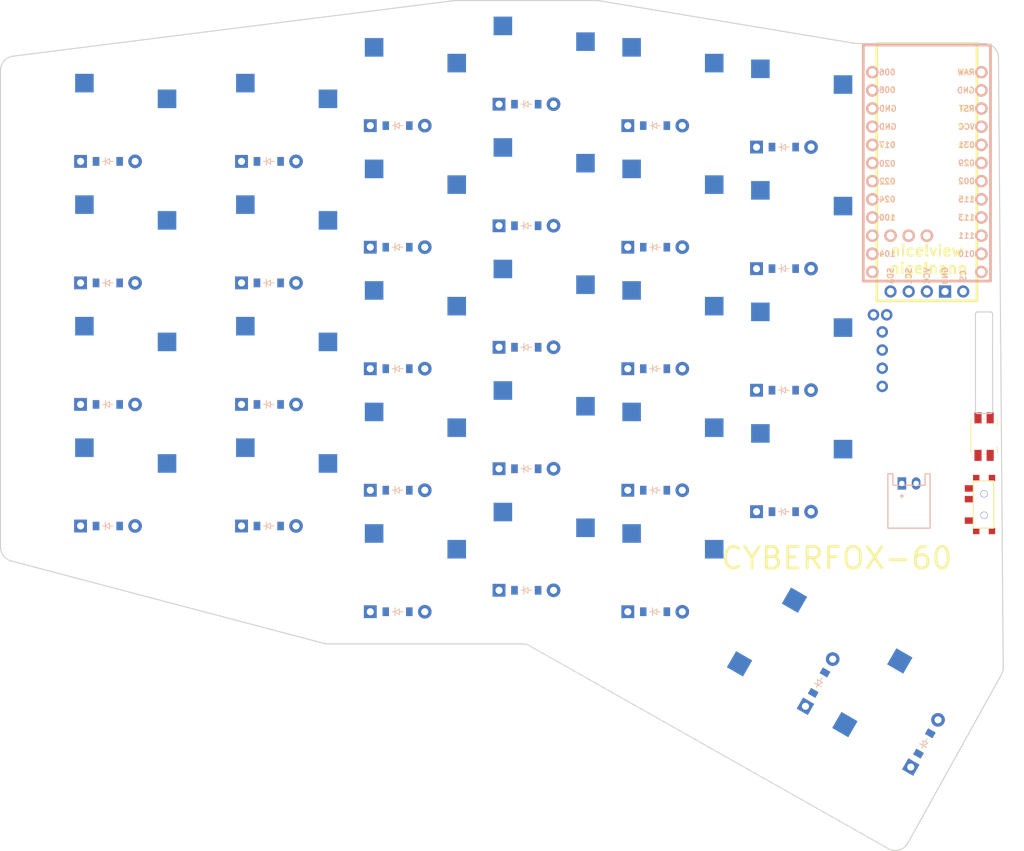
<source format=kicad_pcb>
(kicad_pcb (version 20240108) (generator "pcbnew") (generator_version "8.0")
  (title_block (title "left") (rev "0.5.0") (company "Daniel Fox"))
  (layers (0 "F.Cu" signal) (31 "B.Cu" signal) (34 "B.Paste" user) (35 "F.Paste" user) (36 "B.SilkS" user "B.Silkscreen") (37 "F.SilkS" user "F.Silkscreen") (38 "B.Mask" user) (39 "F.Mask" user) (44 "Edge.Cuts" user))
  (net 0 "")
  (net 1 "P011")
  (net 2 "outer_bottom")
  (net 3 "outer_home")
  (net 4 "outer_top")
  (net 5 "outer_num")
  (net 6 "P104")
  (net 7 "pinky_bottom")
  (net 8 "pinky_home")
  (net 9 "pinky_top")
  (net 10 "pinky_num")
  (net 11 "ring_mod")
  (net 12 "P106")
  (net 13 "ring_bottom")
  (net 14 "ring_home")
  (net 15 "ring_top")
  (net 16 "ring_num")
  (net 17 "middle_mod")
  (net 18 "P111")
  (net 19 "middle_bottom")
  (net 20 "middle_home")
  (net 21 "middle_top")
  (net 22 "middle_num")
  (net 23 "index_mod")
  (net 24 "P010")
  (net 25 "index_bottom")
  (net 26 "index_home")
  (net 27 "index_top")
  (net 28 "index_num")
  (net 29 "P009")
  (net 30 "inner_bottom")
  (net 31 "inner_home")
  (net 32 "inner_top")
  (net 33 "inner_num")
  (net 34 "space_cluster")
  (net 35 "extra_cluster")
  (net 36 "P115")
  (net 37 "P002")
  (net 38 "P029")
  (net 39 "P031")
  (net 40 "P113")
  (net 41 "P006")
  (net 42 "GND")
  (net 43 "P008")
  (net 44 "unused")
  (net 45 "RAW")
  (net 46 "RST")
  (net 47 "VCC")
  (net 48 "P017")
  (net 49 "P020")
  (net 50 "P022")
  (net 51 "P024")
  (net 52 "P100")
  (net 53 "P101")
  (net 54 "P102")
  (net 55 "P107")
  (net 56 "POS")
  (footprint "E73:SPDT_C128955" (layer "F.Cu") (at 222.5 85 -90)
    (property "Reference" "T1" (hide yes))
    (property "Value" "" (hide yes))
    (pad "" smd rect (at -3.7 -1.1 270) (size 0.9 0.9) (layers "F.Cu" "F.Paste" "F.Mask"))
    (pad "" smd rect (at -3.7 1.1 270) (size 0.9 0.9) (layers "F.Cu" "F.Paste" "F.Mask"))
    (pad "" np_thru_hole circle (at -1.5 0) (size 1 1) (drill 0.9) (layers "*.Cu" "*.Mask"))
    (pad "" np_thru_hole circle (at 1.5 0) (size 1 1) (drill 0.9) (layers "*.Cu" "*.Mask"))
    (pad "" smd rect (at 3.7 -1.1 270) (size 0.9 0.9) (layers "F.Cu" "F.Paste" "F.Mask"))
    (pad "" smd rect (at 3.7 1.1 270) (size 0.9 0.9) (layers "F.Cu" "F.Paste" "F.Mask"))
    (pad "1" smd rect (at 2.25 2.075 270) (size 0.9 1.25) (layers "F.Cu" "F.Paste" "F.Mask") (net 56 "POS"))
    (pad "2" smd rect (at -0.75 2.075 270) (size 0.9 1.25) (layers "F.Cu" "F.Paste" "F.Mask") (net 45 "RAW"))
    (pad "3" smd rect (at -2.25 2.075 270) (size 0.9 1.25) (layers "F.Cu" "F.Paste" "F.Mask"))
  )
  (footprint "PG1350" (layer "F.Cu") (at 122.5 83)
    (property "Reference" "S5" (hide yes))
    (property "Value" "" (hide yes))
    (pad "" np_thru_hole circle (at -5.5 0) (size 1.7018 1.7018) (drill 1.7018) (layers "*.Cu" "*.Mask"))
    (pad "" np_thru_hole circle (at 0 -5.95) (size 3 3) (drill 3) (layers "*.Cu" "*.Mask"))
    (pad "" np_thru_hole circle (at 0 0) (size 3.429 3.429) (drill 3.429) (layers "*.Cu" "*.Mask"))
    (pad "" np_thru_hole circle (at 5 -3.75) (size 3 3) (drill 3) (layers "*.Cu" "*.Mask"))
    (pad "" np_thru_hole circle (at 5.5 0) (size 1.7018 1.7018) (drill 1.7018) (layers "*.Cu" "*.Mask"))
    (pad "1" smd rect (at -3.275 -5.95) (size 2.6 2.6) (layers "B.Cu" "B.Paste" "B.Mask") (net 6 "P104"))
    (pad "2" smd rect (at 8.275 -3.75) (size 2.6 2.6) (layers "B.Cu" "B.Paste" "B.Mask") (net 7 "pinky_bottom"))
  )
  (footprint "PG1350" (layer "F.Cu") (at 122.5 32)
    (property "Reference" "S8" (hide yes))
    (property "Value" "" (hide yes))
    (pad "" np_thru_hole circle (at -5.5 0) (size 1.7018 1.7018) (drill 1.7018) (layers "*.Cu" "*.Mask"))
    (pad "" np_thru_hole circle (at 0 -5.95) (size 3 3) (drill 3) (layers "*.Cu" "*.Mask"))
    (pad "" np_thru_hole circle (at 0 0) (size 3.429 3.429) (drill 3.429) (layers "*.Cu" "*.Mask"))
    (pad "" np_thru_hole circle (at 5 -3.75) (size 3 3) (drill 3) (layers "*.Cu" "*.Mask"))
    (pad "" np_thru_hole circle (at 5.5 0) (size 1.7018 1.7018) (drill 1.7018) (layers "*.Cu" "*.Mask"))
    (pad "1" smd rect (at -3.275 -5.95) (size 2.6 2.6) (layers "B.Cu" "B.Paste" "B.Mask") (net 6 "P104"))
    (pad "2" smd rect (at 8.275 -3.75) (size 2.6 2.6) (layers "B.Cu" "B.Paste" "B.Mask") (net 10 "pinky_num"))
  )
  (footprint "ComboDiode" (layer "F.Cu") (at 214.155122 118.420431 60)
    (property "Reference" "D29" (hide yes))
    (property "Value" "" (hide yes))
    (pad "1" thru_hole rect (at -3.81 0 60) (size 1.778 1.778) (drill 0.9906) (layers "*.Cu" "*.Mask") (net 40 "P113"))
    (pad "1" smd rect (at -1.65 0 60) (size 0.9 1.2) (layers "F.Cu" "F.Paste" "F.Mask") (net 40 "P113"))
    (pad "1" smd rect (at -1.65 0 60) (size 0.9 1.2) (layers "B.Cu" "B.Paste" "B.Mask") (net 40 "P113"))
    (pad "2" smd rect (at 1.65 0 60) (size 0.9 1.2) (layers "F.Cu" "F.Paste" "F.Mask") (net 35 "extra_cluster"))
    (pad "2" smd rect (at 1.65 0 60) (size 0.9 1.2) (layers "B.Cu" "B.Paste" "B.Mask") (net 35 "extra_cluster"))
    (pad "2" thru_hole circle (at 3.81 0 60) (size 1.905 1.905) (drill 0.9906) (layers "*.Cu" "*.Mask") (net 35 "extra_cluster"))
  )
  (footprint "ComboDiode" (layer "F.Cu") (at 194.5 69)
    (property "Reference" "D25" (hide yes))
    (property "Value" "" (hide yes))
    (pad "1" thru_hole rect (at -3.81 0) (size 1.778 1.778) (drill 0.9906) (layers "*.Cu" "*.Mask") (net 37 "P002"))
    (pad "1" smd rect (at -1.65 0) (size 0.9 1.2) (layers "F.Cu" "F.Paste" "F.Mask") (net 37 "P002"))
    (pad "1" smd rect (at -1.65 0) (size 0.9 1.2) (layers "B.Cu" "B.Paste" "B.Mask") (net 37 "P002"))
    (pad "2" smd rect (at 1.65 0) (size 0.9 1.2) (layers "F.Cu" "F.Paste" "F.Mask") (net 31 "inner_home"))
    (pad "2" smd rect (at 1.65 0) (size 0.9 1.2) (layers "B.Cu" "B.Paste" "B.Mask") (net 31 "inner_home"))
    (pad "2" thru_hole circle (at 3.81 0) (size 1.905 1.905) (drill 0.9906) (layers "*.Cu" "*.Mask") (net 31 "inner_home"))
  )
  (footprint "PG1350" (layer "F.Cu") (at 176.5 27)
    (property "Reference" "S23" (hide yes))
    (property "Value" "" (hide yes))
    (pad "" np_thru_hole circle (at -5.5 0) (size 1.7018 1.7018) (drill 1.7018) (layers "*.Cu" "*.Mask"))
    (pad "" np_thru_hole circle (at 0 -5.95) (size 3 3) (drill 3) (layers "*.Cu" "*.Mask"))
    (pad "" np_thru_hole circle (at 0 0) (size 3.429 3.429) (drill 3.429) (layers "*.Cu" "*.Mask"))
    (pad "" np_thru_hole circle (at 5 -3.75) (size 3 3) (drill 3) (layers "*.Cu" "*.Mask"))
    (pad "" np_thru_hole circle (at 5.5 0) (size 1.7018 1.7018) (drill 1.7018) (layers "*.Cu" "*.Mask"))
    (pad "1" smd rect (at -3.275 -5.95) (size 2.6 2.6) (layers "B.Cu" "B.Paste" "B.Mask") (net 24 "P010"))
    (pad "2" smd rect (at 8.275 -3.75) (size 2.6 2.6) (layers "B.Cu" "B.Paste" "B.Mask") (net 28 "index_num"))
  )
  (footprint "ComboDiode" (layer "F.Cu") (at 140.5 32)
    (property "Reference" "D13" (hide yes))
    (property "Value" "" (hide yes))
    (pad "1" thru_hole rect (at -3.81 0) (size 1.778 1.778) (drill 0.9906) (layers "*.Cu" "*.Mask") (net 39 "P031"))
    (pad "1" smd rect (at -1.65 0) (size 0.9 1.2) (layers "F.Cu" "F.Paste" "F.Mask") (net 39 "P031"))
    (pad "1" smd rect (at -1.65 0) (size 0.9 1.2) (layers "B.Cu" "B.Paste" "B.Mask") (net 39 "P031"))
    (pad "2" smd rect (at 1.65 0) (size 0.9 1.2) (layers "F.Cu" "F.Paste" "F.Mask") (net 16 "ring_num"))
    (pad "2" smd rect (at 1.65 0) (size 0.9 1.2) (layers "B.Cu" "B.Paste" "B.Mask") (net 16 "ring_num"))
    (pad "2" thru_hole circle (at 3.81 0) (size 1.905 1.905) (drill 0.9906) (layers "*.Cu" "*.Mask") (net 16 "ring_num"))
  )
  (footprint "ComboDiode" (layer "F.Cu") (at 122.5 37)
    (property "Reference" "D8" (hide yes))
    (property "Value" "" (hide yes))
    (pad "1" thru_hole rect (at -3.81 0) (size 1.778 1.778) (drill 0.9906) (layers "*.Cu" "*.Mask") (net 39 "P031"))
    (pad "1" smd rect (at -1.65 0) (size 0.9 1.2) (layers "F.Cu" "F.Paste" "F.Mask") (net 39 "P031"))
    (pad "1" smd rect (at -1.65 0) (size 0.9 1.2) (layers "B.Cu" "B.Paste" "B.Mask") (net 39 "P031"))
    (pad "2" smd rect (at 1.65 0) (size 0.9 1.2) (layers "F.Cu" "F.Paste" "F.Mask") (net 10 "pinky_num"))
    (pad "2" smd rect (at 1.65 0) (size 0.9 1.2) (layers "B.Cu" "B.Paste" "B.Mask") (net 10 "pinky_num"))
    (pad "2" thru_hole circle (at 3.81 0) (size 1.905 1.905) (drill 0.9906) (layers "*.Cu" "*.Mask") (net 10 "pinky_num"))
  )
  (footprint "PG1350" (layer "F.Cu") (at 122.5 66)
    (property "Reference" "S6" (hide yes))
    (property "Value" "" (hide yes))
    (pad "" np_thru_hole circle (at -5.5 0) (size 1.7018 1.7018) (drill 1.7018) (layers "*.Cu" "*.Mask"))
    (pad "" np_thru_hole circle (at 0 -5.95) (size 3 3) (drill 3) (layers "*.Cu" "*.Mask"))
    (pad "" np_thru_hole circle (at 0 0) (size 3.429 3.429) (drill 3.429) (layers "*.Cu" "*.Mask"))
    (pad "" np_thru_hole circle (at 5 -3.75) (size 3 3) (drill 3) (layers "*.Cu" "*.Mask"))
    (pad "" np_thru_hole circle (at 5.5 0) (size 1.7018 1.7018) (drill 1.7018) (layers "*.Cu" "*.Mask"))
    (pad "1" smd rect (at -3.275 -5.95) (size 2.6 2.6) (layers "B.Cu" "B.Paste" "B.Mask") (net 6 "P104"))
    (pad "2" smd rect (at 8.275 -3.75) (size 2.6 2.6) (layers "B.Cu" "B.Paste" "B.Mask") (net 8 "pinky_home"))
  )
  (footprint "PG1350" (layer "F.Cu") (at 100 49)
    (property "Reference" "S3" (hide yes))
    (property "Value" "" (hide yes))
    (pad "" np_thru_hole circle (at -5.5 0) (size 1.7018 1.7018) (drill 1.7018) (layers "*.Cu" "*.Mask"))
    (pad "" np_thru_hole circle (at 0 -5.95) (size 3 3) (drill 3) (layers "*.Cu" "*.Mask"))
    (pad "" np_thru_hole circle (at 0 0) (size 3.429 3.429) (drill 3.429) (layers "*.Cu" "*.Mask"))
    (pad "" np_thru_hole circle (at 5 -3.75) (size 3 3) (drill 3) (layers "*.Cu" "*.Mask"))
    (pad "" np_thru_hole circle (at 5.5 0) (size 1.7018 1.7018) (drill 1.7018) (layers "*.Cu" "*.Mask"))
    (pad "1" smd rect (at -3.275 -5.95) (size 2.6 2.6) (layers "B.Cu" "B.Paste" "B.Mask") (net 1 "P011"))
    (pad "2" smd rect (at 8.275 -3.75) (size 2.6 2.6) (layers "B.Cu" "B.Paste" "B.Mask") (net 4 "outer_top"))
  )
  (footprint "PG1350" (layer "F.Cu") (at 158.5 58)
    (property "Reference" "S16" (hide yes))
    (property "Value" "" (hide yes))
    (pad "" np_thru_hole circle (at -5.5 0) (size 1.7018 1.7018) (drill 1.7018) (layers "*.Cu" "*.Mask"))
    (pad "" np_thru_hole circle (at 0 -5.95) (size 3 3) (drill 3) (layers "*.Cu" "*.Mask"))
    (pad "" np_thru_hole circle (at 0 0) (size 3.429 3.429) (drill 3.429) (layers "*.Cu" "*.Mask"))
    (pad "" np_thru_hole circle (at 5 -3.75) (size 3 3) (drill 3) (layers "*.Cu" "*.Mask"))
    (pad "" np_thru_hole circle (at 5.5 0) (size 1.7018 1.7018) (drill 1.7018) (layers "*.Cu" "*.Mask"))
    (pad "1" smd rect (at -3.275 -5.95) (size 2.6 2.6) (layers "B.Cu" "B.Paste" "B.Mask") (net 18 "P111"))
    (pad "2" smd rect (at 8.275 -3.75) (size 2.6 2.6) (layers "B.Cu" "B.Paste" "B.Mask") (net 20 "middle_home"))
  )
  (footprint "ComboDiode" (layer "F.Cu") (at 122.5 88)
    (property "Reference" "D5" (hide yes))
    (property "Value" "" (hide yes))
    (pad "1" thru_hole rect (at -3.81 0) (size 1.778 1.778) (drill 0.9906) (layers "*.Cu" "*.Mask") (net 36 "P115"))
    (pad "1" smd rect (at -1.65 0) (size 0.9 1.2) (layers "F.Cu" "F.Paste" "F.Mask") (net 36 "P115"))
    (pad "1" smd rect (at -1.65 0) (size 0.9 1.2) (layers "B.Cu" "B.Paste" "B.Mask") (net 36 "P115"))
    (pad "2" smd rect (at 1.65 0) (size 0.9 1.2) (layers "F.Cu" "F.Paste" "F.Mask") (net 7 "pinky_bottom"))
    (pad "2" smd rect (at 1.65 0) (size 0.9 1.2) (layers "B.Cu" "B.Paste" "B.Mask") (net 7 "pinky_bottom"))
    (pad "2" thru_hole circle (at 3.81 0) (size 1.905 1.905) (drill 0.9906) (layers "*.Cu" "*.Mask") (net 7 "pinky_bottom"))
  )
  (footprint "ComboDiode" (layer "F.Cu") (at 122.5 71)
    (property "Reference" "D6" (hide yes))
    (property "Value" "" (hide yes))
    (pad "1" thru_hole rect (at -3.81 0) (size 1.778 1.778) (drill 0.9906) (layers "*.Cu" "*.Mask") (net 37 "P002"))
    (pad "1" smd rect (at -1.65 0) (size 0.9 1.2) (layers "F.Cu" "F.Paste" "F.Mask") (net 37 "P002"))
    (pad "1" smd rect (at -1.65 0) (size 0.9 1.2) (layers "B.Cu" "B.Paste" "B.Mask") (net 37 "P002"))
    (pad "2" smd rect (at 1.65 0) (size 0.9 1.2) (layers "F.Cu" "F.Paste" "F.Mask") (net 8 "pinky_home"))
    (pad "2" smd rect (at 1.65 0) (size 0.9 1.2) (layers "B.Cu" "B.Paste" "B.Mask") (net 8 "pinky_home"))
    (pad "2" thru_hole circle (at 3.81 0) (size 1.905 1.905) (drill 0.9906) (layers "*.Cu" "*.Mask") (net 8 "pinky_home"))
  )
  (footprint "ComboDiode" (layer "F.Cu") (at 176.5 32)
    (property "Reference" "D23" (hide yes))
    (property "Value" "" (hide yes))
    (pad "1" thru_hole rect (at -3.81 0) (size 1.778 1.778) (drill 0.9906) (layers "*.Cu" "*.Mask") (net 39 "P031"))
    (pad "1" smd rect (at -1.65 0) (size 0.9 1.2) (layers "F.Cu" "F.Paste" "F.Mask") (net 39 "P031"))
    (pad "1" smd rect (at -1.65 0) (size 0.9 1.2) (layers "B.Cu" "B.Paste" "B.Mask") (net 39 "P031"))
    (pad "2" smd rect (at 1.65 0) (size 0.9 1.2) (layers "F.Cu" "F.Paste" "F.Mask") (net 28 "index_num"))
    (pad "2" smd rect (at 1.65 0) (size 0.9 1.2) (layers "B.Cu" "B.Paste" "B.Mask") (net 28 "index_num"))
    (pad "2" thru_hole circle (at 3.81 0) (size 1.905 1.905) (drill 0.9906) (layers "*.Cu" "*.Mask") (net 28 "index_num"))
  )
  (footprint "PG1350" (layer "F.Cu") (at 194.5 64)
    (property "Reference" "S25" (hide yes))
    (property "Value" "" (hide yes))
    (pad "" np_thru_hole circle (at -5.5 0) (size 1.7018 1.7018) (drill 1.7018) (layers "*.Cu" "*.Mask"))
    (pad "" np_thru_hole circle (at 0 -5.95) (size 3 3) (drill 3) (layers "*.Cu" "*.Mask"))
    (pad "" np_thru_hole circle (at 0 0) (size 3.429 3.429) (drill 3.429) (layers "*.Cu" "*.Mask"))
    (pad "" np_thru_hole circle (at 5 -3.75) (size 3 3) (drill 3) (layers "*.Cu" "*.Mask"))
    (pad "" np_thru_hole circle (at 5.5 0) (size 1.7018 1.7018) (drill 1.7018) (layers "*.Cu" "*.Mask"))
    (pad "1" smd rect (at -3.275 -5.95) (size 2.6 2.6) (layers "B.Cu" "B.Paste" "B.Mask") (net 29 "P009"))
    (pad "2" smd rect (at 8.275 -3.75) (size 2.6 2.6) (layers "B.Cu" "B.Paste" "B.Mask") (net 31 "inner_home"))
  )
  (footprint "PG1350" (layer "F.Cu") (at 158.5 92)
    (property "Reference" "S14" (hide yes))
    (property "Value" "" (hide yes))
    (pad "" np_thru_hole circle (at -5.5 0) (size 1.7018 1.7018) (drill 1.7018) (layers "*.Cu" "*.Mask"))
    (pad "" np_thru_hole circle (at 0 -5.95) (size 3 3) (drill 3) (layers "*.Cu" "*.Mask"))
    (pad "" np_thru_hole circle (at 0 0) (size 3.429 3.429) (drill 3.429) (layers "*.Cu" "*.Mask"))
    (pad "" np_thru_hole circle (at 5 -3.75) (size 3 3) (drill 3) (layers "*.Cu" "*.Mask"))
    (pad "" np_thru_hole circle (at 5.5 0) (size 1.7018 1.7018) (drill 1.7018) (layers "*.Cu" "*.Mask"))
    (pad "1" smd rect (at -3.275 -5.95) (size 2.6 2.6) (layers "B.Cu" "B.Paste" "B.Mask") (net 12 "P106"))
    (pad "2" smd rect (at 8.275 -3.75) (size 2.6 2.6) (layers "B.Cu" "B.Paste" "B.Mask") (net 17 "middle_mod"))
  )
  (footprint "ComboDiode" (layer "F.Cu") (at 140.5 83)
    (property "Reference" "D10" (hide yes))
    (property "Value" "" (hide yes))
    (pad "1" thru_hole rect (at -3.81 0) (size 1.778 1.778) (drill 0.9906) (layers "*.Cu" "*.Mask") (net 36 "P115"))
    (pad "1" smd rect (at -1.65 0) (size 0.9 1.2) (layers "F.Cu" "F.Paste" "F.Mask") (net 36 "P115"))
    (pad "1" smd rect (at -1.65 0) (size 0.9 1.2) (layers "B.Cu" "B.Paste" "B.Mask") (net 36 "P115"))
    (pad "2" smd rect (at 1.65 0) (size 0.9 1.2) (layers "F.Cu" "F.Paste" "F.Mask") (net 13 "ring_bottom"))
    (pad "2" smd rect (at 1.65 0) (size 0.9 1.2) (layers "B.Cu" "B.Paste" "B.Mask") (net 13 "ring_bottom"))
    (pad "2" thru_hole circle (at 3.81 0) (size 1.905 1.905) (drill 0.9906) (layers "*.Cu" "*.Mask") (net 13 "ring_bottom"))
  )
  (footprint "PG1350" (layer "F.Cu") (at 194.5 81)
    (property "Reference" "S24" (hide yes))
    (property "Value" "" (hide yes))
    (pad "" np_thru_hole circle (at -5.5 0) (size 1.7018 1.7018) (drill 1.7018) (layers "*.Cu" "*.Mask"))
    (pad "" np_thru_hole circle (at 0 -5.95) (size 3 3) (drill 3) (layers "*.Cu" "*.Mask"))
    (pad "" np_thru_hole circle (at 0 0) (size 3.429 3.429) (drill 3.429) (layers "*.Cu" "*.Mask"))
    (pad "" np_thru_hole circle (at 5 -3.75) (size 3 3) (drill 3) (layers "*.Cu" "*.Mask"))
    (pad "" np_thru_hole circle (at 5.5 0) (size 1.7018 1.7018) (drill 1.7018) (layers "*.Cu" "*.Mask"))
    (pad "1" smd rect (at -3.275 -5.95) (size 2.6 2.6) (layers "B.Cu" "B.Paste" "B.Mask") (net 29 "P009"))
    (pad "2" smd rect (at 8.275 -3.75) (size 2.6 2.6) (layers "B.Cu" "B.Paste" "B.Mask") (net 30 "inner_bottom"))
  )
  (footprint "ComboDiode" (layer "F.Cu") (at 176.5 100)
    (property "Reference" "D19" (hide yes))
    (property "Value" "" (hide yes))
    (pad "1" thru_hole rect (at -3.81 0) (size 1.778 1.778) (drill 0.9906) (layers "*.Cu" "*.Mask") (net 40 "P113"))
    (pad "1" smd rect (at -1.65 0) (size 0.9 1.2) (layers "F.Cu" "F.Paste" "F.Mask") (net 40 "P113"))
    (pad "1" smd rect (at -1.65 0) (size 0.9 1.2) (layers "B.Cu" "B.Paste" "B.Mask") (net 40 "P113"))
    (pad "2" smd rect (at 1.65 0) (size 0.9 1.2) (layers "F.Cu" "F.Paste" "F.Mask") (net 23 "index_mod"))
    (pad "2" smd rect (at 1.65 0) (size 0.9 1.2) (layers "B.Cu" "B.Paste" "B.Mask") (net 23 "index_mod"))
    (pad "2" thru_hole circle (at 3.81 0) (size 1.905 1.905) (drill 0.9906) (layers "*.Cu" "*.Mask") (net 23 "index_mod"))
  )
  (footprint "ComboDiode" (layer "F.Cu") (at 158.5 80)
    (property "Reference" "D15" (hide yes))
    (property "Value" "" (hide yes))
    (pad "1" thru_hole rect (at -3.81 0) (size 1.778 1.778) (drill 0.9906) (layers "*.Cu" "*.Mask") (net 36 "P115"))
    (pad "1" smd rect (at -1.65 0) (size 0.9 1.2) (layers "F.Cu" "F.Paste" "F.Mask") (net 36 "P115"))
    (pad "1" smd rect (at -1.65 0) (size 0.9 1.2) (layers "B.Cu" "B.Paste" "B.Mask") (net 36 "P115"))
    (pad "2" smd rect (at 1.65 0) (size 0.9 1.2) (layers "F.Cu" "F.Paste" "F.Mask") (net 19 "middle_bottom"))
    (pad "2" smd rect (at 1.65 0) (size 0.9 1.2) (layers "B.Cu" "B.Paste" "B.Mask") (net 19 "middle_bottom"))
    (pad "2" thru_hole circle (at 3.81 0) (size 1.905 1.905) (drill 0.9906) (layers "*.Cu" "*.Mask") (net 19 "middle_bottom"))
  )
  (footprint "PG1350" (layer "F.Cu") (at 158.5 24)
    (property "Reference" "S18" (hide yes))
    (property "Value" "" (hide yes))
    (pad "" np_thru_hole circle (at -5.5 0) (size 1.7018 1.7018) (drill 1.7018) (layers "*.Cu" "*.Mask"))
    (pad "" np_thru_hole circle (at 0 -5.95) (size 3 3) (drill 3) (layers "*.Cu" "*.Mask"))
    (pad "" np_thru_hole circle (at 0 0) (size 3.429 3.429) (drill 3.429) (layers "*.Cu" "*.Mask"))
    (pad "" np_thru_hole circle (at 5 -3.75) (size 3 3) (drill 3) (layers "*.Cu" "*.Mask"))
    (pad "" np_thru_hole circle (at 5.5 0) (size 1.7018 1.7018) (drill 1.7018) (layers "*.Cu" "*.Mask"))
    (pad "1" smd rect (at -3.275 -5.95) (size 2.6 2.6) (layers "B.Cu" "B.Paste" "B.Mask") (net 18 "P111"))
    (pad "2" smd rect (at 8.275 -3.75) (size 2.6 2.6) (layers "B.Cu" "B.Paste" "B.Mask") (net 22 "middle_num"))
  )
  (footprint "ComboDiode" (layer "F.Cu") (at 199.432691 109.920431 60)
    (property "Reference" "D28" (hide yes))
    (property "Value" "" (hide yes))
    (pad "1" thru_hole rect (at -3.81 0 60) (size 1.778 1.778) (drill 0.9906) (layers "*.Cu" "*.Mask") (net 40 "P113"))
    (pad "1" smd rect (at -1.65 0 60) (size 0.9 1.2) (layers "F.Cu" "F.Paste" "F.Mask") (net 40 "P113"))
    (pad "1" smd rect (at -1.65 0 60) (size 0.9 1.2) (layers "B.Cu" "B.Paste" "B.Mask") (net 40 "P113"))
    (pad "2" smd rect (at 1.65 0 60) (size 0.9 1.2) (layers "F.Cu" "F.Paste" "F.Mask") (net 34 "space_cluster"))
    (pad "2" smd rect (at 1.65 0 60) (size 0.9 1.2) (layers "B.Cu" "B.Paste" "B.Mask") (net 34 "space_cluster"))
    (pad "2" thru_hole circle (at 3.81 0 60) (size 1.905 1.905) (drill 0.9906) (layers "*.Cu" "*.Mask") (net 34 "space_cluster"))
  )
  (footprint "RollerEncoder_Panasonic_EVQWGD001" (layer "F.Cu") (at 213.8875 64.6625)
    (property "Reference" "REF**")
    (property "Value" "RollerEncoder_Panasonic_EVQWGD001")
    (fp_line (start 7.4 -6.3) (end 7.4 7.3) (stroke (width 0.15)) (layer "Edge.Cuts"))
    (fp_line (start 7.7 7.6) (end 9.5 7.6) (stroke (width 0.15)) (layer "Edge.Cuts"))
    (fp_line (start 9.5 -6.6) (end 7.7 -6.6) (stroke (width 0.15)) (layer "Edge.Cuts"))
    (fp_line (start 9.8 7.3) (end 9.8 -6.3) (stroke (width 0.15)) (layer "Edge.Cuts"))
    (fp_arc (start 7.4 -6.3) (mid 7.487868 -6.512132) (end 7.7 -6.6) (stroke (width 0.15)) (layer "Edge.Cuts"))
    (fp_arc (start 7.7 7.6) (mid 7.487868 7.512132) (end 7.4 7.3) (stroke (width 0.15)) (layer "Edge.Cuts"))
    (fp_arc (start 9.5 -6.6) (mid 9.712132 -6.512132) (end 9.8 -6.3) (stroke (width 0.15)) (layer "Edge.Cuts"))
    (fp_arc (start 9.8 7.3) (mid 9.712132 7.512132) (end 9.5 7.6) (stroke (width 0.15)) (layer "Edge.Cuts"))
    (pad "" np_thru_hole circle (at -5.625 6.3) (size 1.5 1.5) (drill 1.5) (layers "*.Cu" "*.Mask"))
    (pad "A" thru_hole circle (at -5.625 -3.81) (size 1.6 1.6) (drill 0.9) (layers "*.Cu" "*.Mask") (net 41 "P006"))
    (pad "B" thru_hole circle (at -5.625 -1.27) (size 1.6 1.6) (drill 0.9) (layers "*.Cu" "*.Mask") (net 42 "GND"))
    (pad "C" thru_hole circle (at -5.625 1.27) (size 1.6 1.6) (drill 0.9) (layers "*.Cu" "*.Mask") (net 43 "P008"))
    (pad "D" thru_hole circle (at -5.625 3.81) (size 1.6 1.6) (drill 0.9) (layers "*.Cu" "*.Mask") (net 44 "unused"))
    (pad "S1" thru_hole circle (at -6.85 -6.2) (size 1.6 1.6) (drill 0.9) (layers "*.Cu" "*.Mask") (net 1 "P011"))
    (pad "S2" thru_hole circle (at -5 -6.2) (size 1.6 1.6) (drill 0.9) (layers "*.Cu" "*.Mask") (net 40 "P113"))
  )
  (footprint "ComboDiode" (layer "F.Cu") (at 100 88)
    (property "Reference" "D1" (hide yes))
    (property "Value" "" (hide yes))
    (pad "1" thru_hole rect (at -3.81 0) (size 1.778 1.778) (drill 0.9906) (layers "*.Cu" "*.Mask") (net 36 "P115"))
    (pad "1" smd rect (at -1.65 0) (size 0.9 1.2) (layers "F.Cu" "F.Paste" "F.Mask") (net 36 "P115"))
    (pad "1" smd rect (at -1.65 0) (size 0.9 1.2) (layers "B.Cu" "B.Paste" "B.Mask") (net 36 "P115"))
    (pad "2" smd rect (at 1.65 0) (size 0.9 1.2) (layers "F.Cu" "F.Paste" "F.Mask") (net 2 "outer_bottom"))
    (pad "2" smd rect (at 1.65 0) (size 0.9 1.2) (layers "B.Cu" "B.Paste" "B.Mask") (net 2 "outer_bottom"))
    (pad "2" thru_hole circle (at 3.81 0) (size 1.905 1.905) (drill 0.9906) (layers "*.Cu" "*.Mask") (net 2 "outer_bottom"))
  )
  (footprint "PG1350" (layer "F.Cu") (at 209.824995 115.920431 60)
    (property "Reference" "S29" (hide yes))
    (property "Value" "" (hide yes))
    (pad "" np_thru_hole circle (at -5.5 0) (size 1.7018 1.7018) (drill 1.7018) (layers "*.Cu" "*.Mask"))
    (pad "" np_thru_hole circle (at 0 -5.95) (size 3 3) (drill 3) (layers "*.Cu" "*.Mask"))
    (pad "" np_thru_hole circle (at 0 0) (size 3.429 3.429) (drill 3.429) (layers "*.Cu" "*.Mask"))
    (pad "" np_thru_hole circle (at 5 -3.75) (size 3 3) (drill 3) (layers "*.Cu" "*.Mask"))
    (pad "" np_thru_hole circle (at 5.5 0) (size 1.7018 1.7018) (drill 1.7018) (layers "*.Cu" "*.Mask"))
    (pad "1" smd rect (at -3.275 -5.95 60) (size 2.6 2.6) (layers "B.Cu" "B.Paste" "B.Mask") (net 29 "P009"))
    (pad "2" smd rect (at 8.275 -3.75 60) (size 2.6 2.6) (layers "B.Cu" "B.Paste" "B.Mask") (net 35 "extra_cluster"))
  )
  (footprint "PG1350" (layer "F.Cu") (at 194.5 30)
    (property "Reference" "S27" (hide yes))
    (property "Value" "" (hide yes))
    (pad "" np_thru_hole circle (at -5.5 0) (size 1.7018 1.7018) (drill 1.7018) (layers "*.Cu" "*.Mask"))
    (pad "" np_thru_hole circle (at 0 -5.95) (size 3 3) (drill 3) (layers "*.Cu" "*.Mask"))
    (pad "" np_thru_hole circle (at 0 0) (size 3.429 3.429) (drill 3.429) (layers "*.Cu" "*.Mask"))
    (pad "" np_thru_hole circle (at 5 -3.75) (size 3 3) (drill 3) (layers "*.Cu" "*.Mask"))
    (pad "" np_thru_hole circle (at 5.5 0) (size 1.7018 1.7018) (drill 1.7018) (layers "*.Cu" "*.Mask"))
    (pad "1" smd rect (at -3.275 -5.95) (size 2.6 2.6) (layers "B.Cu" "B.Paste" "B.Mask") (net 29 "P009"))
    (pad "2" smd rect (at 8.275 -3.75) (size 2.6 2.6) (layers "B.Cu" "B.Paste" "B.Mask") (net 33 "inner_num"))
  )
  (footprint "ComboDiode" (layer "F.Cu") (at 100 71)
    (property "Reference" "D2" (hide yes))
    (property "Value" "" (hide yes))
    (pad "1" thru_hole rect (at -3.81 0) (size 1.778 1.778) (drill 0.9906) (layers "*.Cu" "*.Mask") (net 37 "P002"))
    (pad "1" smd rect (at -1.65 0) (size 0.9 1.2) (layers "F.Cu" "F.Paste" "F.Mask") (net 37 "P002"))
    (pad "1" smd rect (at -1.65 0) (size 0.9 1.2) (layers "B.Cu" "B.Paste" "B.Mask") (net 37 "P002"))
    (pad "2" smd rect (at 1.65 0) (size 0.9 1.2) (layers "F.Cu" "F.Paste" "F.Mask") (net 3 "outer_home"))
    (pad "2" smd rect (at 1.65 0) (size 0.9 1.2) (layers "B.Cu" "B.Paste" "B.Mask") (net 3 "outer_home"))
    (pad "2" thru_hole circle (at 3.81 0) (size 1.905 1.905) (drill 0.9906) (layers "*.Cu" "*.Mask") (net 3 "outer_home"))
  )
  (footprint "PG1350" (layer "F.Cu") (at 140.5 78)
    (property "Reference" "S10" (hide yes))
    (property "Value" "" (hide yes))
    (pad "" np_thru_hole circle (at -5.5 0) (size 1.7018 1.7018) (drill 1.7018) (layers "*.Cu" "*.Mask"))
    (pad "" np_thru_hole circle (at 0 -5.95) (size 3 3) (drill 3) (layers "*.Cu" "*.Mask"))
    (pad "" np_thru_hole circle (at 0 0) (size 3.429 3.429) (drill 3.429) (layers "*.Cu" "*.Mask"))
    (pad "" np_thru_hole circle (at 5 -3.75) (size 3 3) (drill 3) (layers "*.Cu" "*.Mask"))
    (pad "" np_thru_hole circle (at 5.5 0) (size 1.7018 1.7018) (drill 1.7018) (layers "*.Cu" "*.Mask"))
    (pad "1" smd rect (at -3.275 -5.95) (size 2.6 2.6) (layers "B.Cu" "B.Paste" "B.Mask") (net 12 "P106"))
    (pad "2" smd rect (at 8.275 -3.75) (size 2.6 2.6) (layers "B.Cu" "B.Paste" "B.Mask") (net 13 "ring_bottom"))
  )
  (footprint "PG1350" (layer "F.Cu") (at 140.5 27)
    (property "Reference" "S13" (hide yes))
    (property "Value" "" (hide yes))
    (pad "" np_thru_hole circle (at -5.5 0) (size 1.7018 1.7018) (drill 1.7018) (layers "*.Cu" "*.Mask"))
    (pad "" np_thru_hole circle (at 0 -5.95) (size 3 3) (drill 3) (layers "*.Cu" "*.Mask"))
    (pad "" np_thru_hole circle (at 0 0) (size 3.429 3.429) (drill 3.429) (layers "*.Cu" "*.Mask"))
    (pad "" np_thru_hole circle (at 5 -3.75) (size 3 3) (drill 3) (layers "*.Cu" "*.Mask"))
    (pad "" np_thru_hole circle (at 5.5 0) (size 1.7018 1.7018) (drill 1.7018) (layers "*.Cu" "*.Mask"))
    (pad "1" smd rect (at -3.275 -5.95) (size 2.6 2.6) (layers "B.Cu" "B.Paste" "B.Mask") (net 12 "P106"))
    (pad "2" smd rect (at 8.275 -3.75) (size 2.6 2.6) (layers "B.Cu" "B.Paste" "B.Mask") (net 16 "ring_num"))
  )
  (footprint "JST_PH_S2B-PH-K_02x2.00mm_Angled" (layer "F.Cu") (at 212 82.05)
    (property "Reference" "JST1" (hide yes))
    (property "Value" "" (hide yes))
    (pad "1" thru_hole rect (at -1 0) (size 1.2 1.7) (drill 0.75) (layers "*.Cu" "*.Mask") (net 56 "POS"))
    (pad "2" thru_hole oval (at 1 0) (size 1.2 1.7) (drill 0.75) (layers "*.Cu" "*.Mask") (net 42 "GND"))
  )
  (footprint "PG1350" (layer "F.Cu") (at 140.5 44)
    (property "Reference" "S12" (hide yes))
    (property "Value" "" (hide yes))
    (pad "" np_thru_hole circle (at -5.5 0) (size 1.7018 1.7018) (drill 1.7018) (layers "*.Cu" "*.Mask"))
    (pad "" np_thru_hole circle (at 0 -5.95) (size 3 3) (drill 3) (layers "*.Cu" "*.Mask"))
    (pad "" np_thru_hole circle (at 0 0) (size 3.429 3.429) (drill 3.429) (layers "*.Cu" "*.Mask"))
    (pad "" np_thru_hole circle (at 5 -3.75) (size 3 3) (drill 3) (layers "*.Cu" "*.Mask"))
    (pad "" np_thru_hole circle (at 5.5 0) (size 1.7018 1.7018) (drill 1.7018) (layers "*.Cu" "*.Mask"))
    (pad "1" smd rect (at -3.275 -5.95) (size 2.6 2.6) (layers "B.Cu" "B.Paste" "B.Mask") (net 12 "P106"))
    (pad "2" smd rect (at 8.275 -3.75) (size 2.6 2.6) (layers "B.Cu" "B.Paste" "B.Mask") (net 15 "ring_top"))
  )
  (footprint "ComboDiode" (layer "F.Cu") (at 158.5 97)
    (property "Reference" "D14" (hide yes))
    (property "Value" "" (hide yes))
    (pad "1" thru_hole rect (at -3.81 0) (size 1.778 1.778) (drill 0.9906) (layers "*.Cu" "*.Mask") (net 40 "P113"))
    (pad "1" smd rect (at -1.65 0) (size 0.9 1.2) (layers "F.Cu" "F.Paste" "F.Mask") (net 40 "P113"))
    (pad "1" smd rect (at -1.65 0) (size 0.9 1.2) (layers "B.Cu" "B.Paste" "B.Mask") (net 40 "P113"))
    (pad "2" smd rect (at 1.65 0) (size 0.9 1.2) (layers "F.Cu" "F.Paste" "F.Mask") (net 17 "middle_mod"))
    (pad "2" smd rect (at 1.65 0) (size 0.9 1.2) (layers "B.Cu" "B.Paste" "B.Mask") (net 17 "middle_mod"))
    (pad "2" thru_hole circle (at 3.81 0) (size 1.905 1.905) (drill 0.9906) (layers "*.Cu" "*.Mask") (net 17 "middle_mod"))
  )
  (footprint "ComboDiode" (layer "F.Cu") (at 176.5 66)
    (property "Reference" "D21" (hide yes))
    (property "Value" "" (hide yes))
    (pad "1" thru_hole rect (at -3.81 0) (size 1.778 1.778) (drill 0.9906) (layers "*.Cu" "*.Mask") (net 37 "P002"))
    (pad "1" smd rect (at -1.65 0) (size 0.9 1.2) (layers "F.Cu" "F.Paste" "F.Mask") (net 37 "P002"))
    (pad "1" smd rect (at -1.65 0) (size 0.9 1.2) (layers "B.Cu" "B.Paste" "B.Mask") (net 37 "P002"))
    (pad "2" smd rect (at 1.65 0) (size 0.9 1.2) (layers "F.Cu" "F.Paste" "F.Mask") (net 26 "index_home"))
    (pad "2" smd rect (at 1.65 0) (size 0.9 1.2) (layers "B.Cu" "B.Paste" "B.Mask") (net 26 "index_home"))
    (pad "2" thru_hole circle (at 3.81 0) (size 1.905 1.905) (drill 0.9906) (layers "*.Cu" "*.Mask") (net 26 "index_home"))
  )
  (footprint "ComboDiode" (layer "F.Cu") (at 100 54)
    (property "Reference" "D3" (hide yes))
    (property "Value" "" (hide yes))
    (pad "1" thru_hole rect (at -3.81 0) (size 1.778 1.778) (drill 0.9906) (layers "*.Cu" "*.Mask") (net 38 "P029"))
    (pad "1" smd rect (at -1.65 0) (size 0.9 1.2) (layers "F.Cu" "F.Paste" "F.Mask") (net 38 "P029"))
    (pad "1" smd rect (at -1.65 0) (size 0.9 1.2) (layers "B.Cu" "B.Paste" "B.Mask") (net 38 "P029"))
    (pad "2" smd rect (at 1.65 0) (size 0.9 1.2) (layers "F.Cu" "F.Paste" "F.Mask") (net 4 "outer_top"))
    (pad "2" smd rect (at 1.65 0) (size 0.9 1.2) (layers "B.Cu" "B.Paste" "B.Mask") (net 4 "outer_top"))
    (pad "2" thru_hole circle (at 3.81 0) (size 1.905 1.905) (drill 0.9906) (layers "*.Cu" "*.Mask") (net 4 "outer_top"))
  )
  (footprint "ComboDiode" (layer "F.Cu") (at 158.5 63)
    (property "Reference" "D16" (hide yes))
    (property "Value" "" (hide yes))
    (pad "1" thru_hole rect (at -3.81 0) (size 1.778 1.778) (drill 0.9906) (layers "*.Cu" "*.Mask") (net 37 "P002"))
    (pad "1" smd rect (at -1.65 0) (size 0.9 1.2) (layers "F.Cu" "F.Paste" "F.Mask") (net 37 "P002"))
    (pad "1" smd rect (at -1.65 0) (size 0.9 1.2) (layers "B.Cu" "B.Paste" "B.Mask") (net 37 "P002"))
    (pad "2" smd rect (at 1.65 0) (size 0.9 1.2) (layers "F.Cu" "F.Paste" "F.Mask") (net 20 "middle_home"))
    (pad "2" smd rect (at 1.65 0) (size 0.9 1.2) (layers "B.Cu" "B.Paste" "B.Mask") (net 20 "middle_home"))
    (pad "2" thru_hole circle (at 3.81 0) (size 1.905 1.905) (drill 0.9906) (layers "*.Cu" "*.Mask") (net 20 "middle_home"))
  )
  (footprint "lib:niceView_headers" (layer "F.Cu") (at 214.5 56.5 90)
    (property "Reference" "niceView1" (hide yes))
    (property "Value" "niceView" (hide yes))
    (fp_text user "VCC" (at 3.5 0 -90) (layer "B.SilkS") (effects (font (size 0.8 0.8)) (justify mirror)))
    (fp_text user "SCL" (at 3.5 -2.54 -90) (layer "B.SilkS") (effects (font (size 0.8 0.8)) (justify mirror)))
    (fp_text user "CS" (at 3.5 5.08 -90) (layer "B.SilkS") (effects (font (size 0.8 0.8)) (justify mirror)))
    (fp_text user "SDA" (at 3.5 -5.08 -90) (layer "B.SilkS") (effects (font (size 0.8 0.8)) (justify mirror)))
    (fp_text user "GND" (at 3.5 2.54 -90) (layer "B.SilkS") (effects (font (size 0.8 0.8)) (justify mirror)))
    (fp_text user "nice!view" (at 7 0 0) (layer "F.SilkS") (effects (font (size 1.5 1.5) (thickness 0.3))))
    (fp_text user "SDA" (at 3.5 -5.08 -90) (layer "F.SilkS") (effects (font (size 0.8 0.8))))
    (fp_text user "VCC" (at 3.5 0 -90) (layer "F.SilkS") (effects (font (size 0.8 0.8))))
    (fp_text user "CS" (at 3.5 5.08 -90) (layer "F.SilkS") (effects (font (size 0.8 0.8))))
    (fp_text user "GND" (at 3.5 2.54 -90) (layer "F.SilkS") (effects (font (size 0.8 0.8))))
    (fp_text user "SCL" (at 3.5 -2.54 -90) (layer "F.SilkS") (effects (font (size 0.8 0.8))))
    (pad "1" thru_hole oval (at 1.3 5.08) (size 1.7 1.7) (drill 1) (layers "*.Cu" "*.Mask") (net 50 "P022"))
    (pad "2" thru_hole rect (at 1.3 2.54) (size 1.7 1.7) (drill 1) (layers "*.Cu" "*.Mask") (net 42 "GND"))
    (pad "3" thru_hole oval (at 1.3 0) (size 1.7 1.7) (drill 1) (layers "*.Cu" "*.Mask") (net 47 "VCC"))
    (pad "4" thru_hole oval (at 1.3 -2.54) (size 1.7 1.7) (drill 1) (layers "*.Cu" "*.Mask") (net 49 "P020"))
    (pad "5" thru_hole oval (at 1.3 -5.08) (size 1.7 1.7) (drill 1) (layers "*.Cu" "*.Mask") (net 48 "P017"))
  )
  (footprint "PG1350" (layer "F.Cu") (at 176.5 61)
    (property "Reference" "S21" (hide yes))
    (property "Value" "" (hide yes))
    (pad "" np_thru_hole circle (at -5.5 0) (size 1.7018 1.7018) (drill 1.7018) (layers "*.Cu" "*.Mask"))
    (pad "" np_thru_hole circle (at 0 -5.95) (size 3 3) (drill 3) (layers "*.Cu" "*.Mask"))
    (pad "" np_thru_hole circle (at 0 0) (size 3.429 3.429) (drill 3.429) (layers "*.Cu" "*.Mask"))
    (pad "" np_thru_hole circle (at 5 -3.75) (size 3 3) (drill 3) (layers "*.Cu" "*.Mask"))
    (pad "" np_thru_hole circle (at 5.5 0) (size 1.7018 1.7018) (drill 1.7018) (layers "*.Cu" "*.Mask"))
    (pad "1" smd rect (at -3.275 -5.95) (size 2.6 2.6) (layers "B.Cu" "B.Paste" "B.Mask") (net 24 "P010"))
    (pad "2" smd rect (at 8.275 -3.75) (size 2.6 2.6) (layers "B.Cu" "B.Paste" "B.Mask") (net 26 "index_home"))
  )
  (footprint "PG1350" (layer "F.Cu") (at 122.5 49)
    (property "Reference" "S7" (hide yes))
    (property "Value" "" (hide yes))
    (pad "" np_thru_hole circle (at -5.5 0) (size 1.7018 1.7018) (drill 1.7018) (layers "*.Cu" "*.Mask"))
    (pad "" np_thru_hole circle (at 0 -5.95) (size 3 3) (drill 3) (layers "*.Cu" "*.Mask"))
    (pad "" np_thru_hole circle (at 0 0) (size 3.429 3.429) (drill 3.429) (layers "*.Cu" "*.Mask"))
    (pad "" np_thru_hole circle (at 5 -3.75) (size 3 3) (drill 3) (layers "*.Cu" "*.Mask"))
    (pad "" np_thru_hole circle (at 5.5 0) (size 1.7018 1.7018) (drill 1.7018) (layers "*.Cu" "*.Mask"))
    (pad "1" smd rect (at -3.275 -5.95) (size 2.6 2.6) (layers "B.Cu" "B.Paste" "B.Mask") (net 6 "P104"))
    (pad "2" smd rect (at 8.275 -3.75) (size 2.6 2.6) (layers "B.Cu" "B.Paste" "B.Mask") (net 9 "pinky_top"))
  )
  (footprint "PG1350" (layer "F.Cu") (at 176.5 44)
    (property "Reference" "S22" (hide yes))
    (property "Value" "" (hide yes))
    (pad "" np_thru_hole circle (at -5.5 0) (size 1.7018 1.7018) (drill 1.7018) (layers "*.Cu" "*.Mask"))
    (pad "" np_thru_hole circle (at 0 -5.95) (size 3 3) (drill 3) (layers "*.Cu" "*.Mask"))
    (pad "" np_thru_hole circle (at 0 0) (size 3.429 3.429) (drill 3.429) (layers "*.Cu" "*.Mask"))
    (pad "" np_thru_hole circle (at 5 -3.75) (size 3 3) (drill 3) (layers "*.Cu" "*.Mask"))
    (pad "" np_thru_hole circle (at 5.5 0) (size 1.7018 1.7018) (drill 1.7018) (layers "*.Cu" "*.Mask"))
    (pad "1" smd rect (at -3.275 -5.95) (size 2.6 2.6) (layers "B.Cu" "B.Paste" "B.Mask") (net 24 "P010"))
    (pad "2" smd rect (at 8.275 -3.75) (size 2.6 2.6) (layers "B.Cu" "B.Paste" "B.Mask") (net 27 "index_top"))
  )
  (footprint "PG1350" (layer "F.Cu") (at 100 66)
    (property "Reference" "S2" (hide yes))
    (property "Value" "" (hide yes))
    (pad "" np_thru_hole circle (at -5.5 0) (size 1.7018 1.7018) (drill 1.7018) (layers "*.Cu" "*.Mask"))
    (pad "" np_thru_hole circle (at 0 -5.95) (size 3 3) (drill 3) (layers "*.Cu" "*.Mask"))
    (pad "" np_thru_hole circle (at 0 0) (size 3.429 3.429) (drill 3.429) (layers "*.Cu" "*.Mask"))
    (pad "" np_thru_hole circle (at 5 -3.75) (size 3 3) (drill 3) (layers "*.Cu" "*.Mask"))
    (pad "" np_thru_hole circle (at 5.5 0) (size 1.7018 1.7018) (drill 1.7018) (layers "*.Cu" "*.Mask"))
    (pad "1" smd rect (at -3.275 -5.95) (size 2.6 2.6) (layers "B.Cu" "B.Paste" "B.Mask") (net 1 "P011"))
    (pad "2" smd rect (at 8.275 -3.75) (size 2.6 2.6) (layers "B.Cu" "B.Paste" "B.Mask") (net 3 "outer_home"))
  )
  (footprint "PG1350" (layer "F.Cu") (at 176.5 95)
    (property "Reference" "S19" (hide yes))
    (property "Value" "" (hide yes))
    (pad "" np_thru_hole circle (at -5.5 0) (size 1.7018 1.7018) (drill 1.7018) (layers "*.Cu" "*.Mask"))
    (pad "" np_thru_hole circle (at 0 -5.95) (size 3 3) (drill 3) (layers "*.Cu" "*.Mask"))
    (pad "" np_thru_hole circle (at 0 0) (size 3.429 3.429) (drill 3.429) (layers "*.Cu" "*.Mask"))
    (pad "" np_thru_hole circle (at 5 -3.75) (size 3 3) (drill 3) (layers "*.Cu" "*.Mask"))
    (pad "" np_thru_hole circle (at 5.5 0) (size 1.7018 1.7018) (drill 1.7018) (layers "*.Cu" "*.Mask"))
    (pad "1" smd rect (at -3.275 -5.95) (size 2.6 2.6) (layers "B.Cu" "B.Paste" "B.Mask") (net 18 "P111"))
    (pad "2" smd rect (at 8.275 -3.75) (size 2.6 2.6) (layers "B.Cu" "B.Paste" "B.Mask") (net 23 "index_mod"))
  )
  (footprint "ComboDiode" (layer "F.Cu") (at 194.5 35)
    (property "Reference" "D27" (hide yes))
    (property "Value" "" (hide yes))
    (pad "1" thru_hole rect (at -3.81 0) (size 1.778 1.778) (drill 0.9906) (layers "*.Cu" "*.Mask") (net 39 "P031"))
    (pad "1" smd rect (at -1.65 0) (size 0.9 1.2) (layers "F.Cu" "F.Paste" "F.Mask") (net 39 "P031"))
    (pad "1" smd rect (at -1.65 0) (size 0.9 1.2) (layers "B.Cu" "B.Paste" "B.Mask") (net 39 "P031"))
    (pad "2" smd rect (at 1.65 0) (size 0.9 1.2) (layers "F.Cu" "F.Paste" "F.Mask") (net 33 "inner_num"))
    (pad "2" smd rect (at 1.65 0) (size 0.9 1.2) (layers "B.Cu" "B.Paste" "B.Mask") (net 33 "inner_num"))
    (pad "2" thru_hole circle (at 3.81 0) (size 1.905 1.905) (drill 0.9906) (layers "*.Cu" "*.Mask") (net 33 "inner_num"))
  )
  (footprint "Panasonic_EVQPUL_EVQPUC" (layer "F.Cu") (at 222.5 75.5 -90)
    (property "Reference" "B1" (hide yes))
    (property "Value" "Panasonic_EVQPUL_EVQPUC" (hide yes))
    (pad "" np_thru_hole circle (at 0 -1.375 270) (size 0.75 0.75) (drill 0.75) (layers "*.Cu" "*.Mask"))
    (pad "" np_thru_hole circle (at 0 1.375 270) (size 0.75 0.75) (drill 0.75) (layers "*.Cu" "*.Mask"))
    (pad "1" smd rect (at -2.625 -0.85 270) (size 1.55 1) (layers "F.Cu" "F.Paste" "F.Mask") (net 42 "GND"))
    (pad "1" smd rect (at 2.625 -0.85 270) (size 1.55 1) (layers "F.Cu" "F.Paste" "F.Mask") (net 42 "GND"))
    (pad "2" smd rect (at -2.625 0.85 270) (size 1.55 1) (layers "F.Cu" "F.Paste" "F.Mask") (net 46 "RST"))
    (pad "2" smd rect (at 2.625 0.85 270) (size 1.55 1) (layers "F.Cu" "F.Paste" "F.Mask") (net 46 "RST"))
  )
  (footprint "ComboDiode" (layer "F.Cu") (at 194.5 52)
    (property "Reference" "D26" (hide yes))
    (property "Value" "" (hide yes))
    (pad "1" thru_hole rect (at -3.81 0) (size 1.778 1.778) (drill 0.9906) (layers "*.Cu" "*.Mask") (net 38 "P029"))
    (pad "1" smd rect (at -1.65 0) (size 0.9 1.2) (layers "F.Cu" "F.Paste" "F.Mask") (net 38 "P029"))
    (pad "1" smd rect (at -1.65 0) (size 0.9 1.2) (layers "B.Cu" "B.Paste" "B.Mask") (net 38 "P029"))
    (pad "2" smd rect (at 1.65 0) (size 0.9 1.2) (layers "F.Cu" "F.Paste" "F.Mask") (net 32 "inner_top"))
    (pad "2" smd rect (at 1.65 0) (size 0.9 1.2) (layers "B.Cu" "B.Paste" "B.Mask") (net 32 "inner_top"))
    (pad "2" thru_hole circle (at 3.81 0) (size 1.905 1.905) (drill 0.9906) (layers "*.Cu" "*.Mask") (net 32 "inner_top"))
  )
  (footprint "PG1350" (layer "F.Cu") (at 140.5 95)
    (property "Reference" "S9" (hide yes))
    (property "Value" "" (hide yes))
    (pad "" np_thru_hole circle (at -5.5 0) (size 1.7018 1.7018) (drill 1.7018) (layers "*.Cu" "*.Mask"))
    (pad "" np_thru_hole circle (at 0 -5.95) (size 3 3) (drill 3) (layers "*.Cu" "*.Mask"))
    (pad "" np_thru_hole circle (at 0 0) (size 3.429 3.429) (drill 3.429) (layers "*.Cu" "*.Mask"))
    (pad "" np_thru_hole circle (at 5 -3.75) (size 3 3) (drill 3) (layers "*.Cu" "*.Mask"))
    (pad "" np_thru_hole circle (at 5.5 0) (size 1.7018 1.7018) (drill 1.7018) (layers "*.Cu" "*.Mask"))
    (pad "1" smd rect (at -3.275 -5.95) (size 2.6 2.6) (layers "B.Cu" "B.Paste" "B.Mask") (net 6 "P104"))
    (pad "2" smd rect (at 8.275 -3.75) (size 2.6 2.6) (layers "B.Cu" "B.Paste" "B.Mask") (net 11 "ring_mod"))
  )
  (footprint "PG1350" (layer "F.Cu") (at 194.5 47)
    (property "Reference" "S26" (hide yes))
    (property "Value" "" (hide yes))
    (pad "" np_thru_hole circle (at -5.5 0) (size 1.7018 1.7018) (drill 1.7018) (layers "*.Cu" "*.Mask"))
    (pad "" np_thru_hole circle (at 0 -5.95) (size 3 3) (drill 3) (layers "*.Cu" "*.Mask"))
    (pad "" np_thru_hole circle (at 0 0) (size 3.429 3.429) (drill 3.429) (layers "*.Cu" "*.Mask"))
    (pad "" np_thru_hole circle (at 5 -3.75) (size 3 3) (drill 3) (layers "*.Cu" "*.Mask"))
    (pad "" np_thru_hole circle (at 5.5 0) (size 1.7018 1.7018) (drill 1.7018) (layers "*.Cu" "*.Mask"))
    (pad "1" smd rect (at -3.275 -5.95) (size 2.6 2.6) (layers "B.Cu" "B.Paste" "B.Mask") (net 29 "P009"))
    (pad "2" smd rect (at 8.275 -3.75) (size 2.6 2.6) (layers "B.Cu" "B.Paste" "B.Mask") (net 32 "inner_top"))
  )
  (footprint "ComboDiode" (layer "F.Cu") (at 158.5 46)
    (property "Reference" "D17" (hide yes))
    (property "Value" "" (hide yes))
    (pad "1" thru_hole rect (at -3.81 0) (size 1.778 1.778) (drill 0.9906) (layers "*.Cu" "*.Mask") (net 38 "P029"))
    (pad "1" smd rect (at -1.65 0) (size 0.9 1.2) (layers "F.Cu" "F.Paste" "F.Mask") (net 38 "P029"))
    (pad "1" smd rect (at -1.65 0) (size 0.9 1.2) (layers "B.Cu" "B.Paste" "B.Mask") (net 38 "P029"))
    (pad "2" smd rect (at 1.65 0) (size 0.9 1.2) (layers "F.Cu" "F.Paste" "F.Mask") (net 21 "middle_top"))
    (pad "2" smd rect (at 1.65 0) (size 0.9 1.2) (layers "B.Cu" "B.Paste" "B.Mask") (net 21 "middle_top"))
    (pad "2" thru_hole circle (at 3.81 0) (size 1.905 1.905) (drill 0.9906) (layers "*.Cu" "*.Mask") (net 21 "middle_top"))
  )
  (footprint "PG1350" (layer "F.Cu") (at 100 32)
    (property "Reference" "S4" (hide yes))
    (property "Value" "" (hide yes))
    (pad "" np_thru_hole circle (at -5.5 0) (size 1.7018 1.7018) (drill 1.7018) (layers "*.Cu" "*.Mask"))
    (pad "" np_thru_hole circle (at 0 -5.95) (size 3 3) (drill 3) (layers "*.Cu" "*.Mask"))
    (pad "" np_thru_hole circle (at 0 0) (size 3.429 3.429) (drill 3.429) (layers "*.Cu" "*.Mask"))
    (pad "" np_thru_hole circle (at 5 -3.75) (size 3 3) (drill 3) (layers "*.Cu" "*.Mask"))
    (pad "" np_thru_hole circle (at 5.5 0) (size 1.7018 1.7018) (drill 1.7018) (layers "*.Cu" "*.Mask"))
    (pad "1" smd rect (at -3.275 -5.95) (size 2.6 2.6) (layers "B.Cu" "B.Paste" "B.Mask") (net 1 "P011"))
    (pad "2" smd rect (at 8.275 -3.75) (size 2.6 2.6) (layers "B.Cu" "B.Paste" "B.Mask") (net 5 "outer_num"))
  )
  (footprint "PG1350" (layer "F.Cu") (at 158.5 41)
    (property "Reference" "S17" (hide yes))
    (property "Value" "" (hide yes))
    (pad "" np_thru_hole circle (at -5.5 0) (size 1.7018 1.7018) (drill 1.7018) (layers "*.Cu" "*.Mask"))
    (pad "" np_thru_hole circle (at 0 -5.95) (size 3 3) (drill 3) (layers "*.Cu" "*.Mask"))
    (pad "" np_thru_hole circle (at 0 0) (size 3.429 3.429) (drill 3.429) (layers "*.Cu" "*.Mask"))
    (pad "" np_thru_hole circle (at 5 -3.75) (size 3 3) (drill 3) (layers "*.Cu" "*.Mask"))
    (pad "" np_thru_hole circle (at 5.5 0) (size 1.7018 1.7018) (drill 1.7018) (layers "*.Cu" "*.Mask"))
    (pad "1" smd rect (at -3.275 -5.95) (size 2.6 2.6) (layers "B.Cu" "B.Paste" "B.Mask") (net 18 "P111"))
    (pad "2" smd rect (at 8.275 -3.75) (size 2.6 2.6) (layers "B.Cu" "B.Paste" "B.Mask") (net 21 "middle_top"))
  )
  (footprint "ComboDiode" (layer "F.Cu") (at 140.5 100)
    (property "Reference" "D9" (hide yes))
    (property "Value" "" (hide yes))
    (pad "1" thru_hole rect (at -3.81 0) (size 1.778 1.778) (drill 0.9906) (layers "*.Cu" "*.Mask") (net 40 "P113"))
    (pad "1" smd rect (at -1.65 0) (size 0.9 1.2) (layers "F.Cu" "F.Paste" "F.Mask") (net 40 "P113"))
    (pad "1" smd rect (at -1.65 0) (size 0.9 1.2) (layers "B.Cu" "B.Paste" "B.Mask") (net 40 "P113"))
    (pad "2" smd rect (at 1.65 0) (size 0.9 1.2) (layers "F.Cu" "F.Paste" "F.Mask") (net 11 "ring_mod"))
    (pad "2" smd rect (at 1.65 0) (size 0.9 1.2) (layers "B.Cu" "B.Paste" "B.Mask") (net 11 "ring_mod"))
    (pad "2" thru_hole circle (at 3.81 0) (size 1.905 1.905) (drill 0.9906) (layers "*.Cu" "*.Mask") (net 11 "ring_mod"))
  )
  (footprint "ComboDiode" (layer "F.Cu") (at 140.5 49)
    (property "Reference" "D12" (hide yes))
    (property "Value" "" (hide yes))
    (pad "1" thru_hole rect (at -3.81 0) (size 1.778 1.778) (drill 0.9906) (layers "*.Cu" "*.Mask") (net 38 "P029"))
    (pad "1" smd rect (at -1.65 0) (size 0.9 1.2) (layers "F.Cu" "F.Paste" "F.Mask") (net 38 "P029"))
    (pad "1" smd rect (at -1.65 0) (size 0.9 1.2) (layers "B.Cu" "B.Paste" "B.Mask") (net 38 "P029"))
    (pad "2" smd rect (at 1.65 0) (size 0.9 1.2) (layers "F.Cu" "F.Paste" "F.Mask") (net 15 "ring_top"))
    (pad "2" smd rect (at 1.65 0) (size 0.9 1.2) (layers "B.Cu" "B.Paste" "B.Mask") (net 15 "ring_top"))
    (pad "2" thru_hole circle (at 3.81 0) (size 1.905 1.905) (drill 0.9906) (layers "*.Cu" "*.Mask") (net 15 "ring_top"))
  )
  (footprint "ComboDiode" (layer "F.Cu") (at 176.5 83)
    (property "Reference" "D20" (hide yes))
    (property "Value" "" (hide yes))
    (pad "1" thru_hole rect (at -3.81 0) (size 1.778 1.778) (drill 0.9906) (layers "*.Cu" "*.Mask") (net 36 "P115"))
    (pad "1" smd rect (at -1.65 0) (size 0.9 1.2) (layers "F.Cu" "F.Paste" "F.Mask") (net 36 "P115"))
    (pad "1" smd rect (at -1.65 0) (size 0.9 1.2) (layers "B.Cu" "B.Paste" "B.Mask") (net 36 "P115"))
    (pad "2" smd rect (at 1.65 0) (size 0.9 1.2) (layers "F.Cu" "F.Paste" "F.Mask") (net 25 "index_bottom"))
    (pad "2" smd rect (at 1.65 0) (size 0.9 1.2) (layers "B.Cu" "B.Paste" "B.Mask") (net 25 "index_bottom"))
    (pad "2" thru_hole circle (at 3.81 0) (size 1.905 1.905) (drill 0.9906) (layers "*.Cu" "*.Mask") (net 25 "index_bottom"))
  )
  (footprint "ComboDiode" (layer "F.Cu") (at 194.5 86)
    (property "Reference" "D24" (hide yes))
    (property "Value" "" (hide yes))
    (pad "1" thru_hole rect (at -3.81 0) (size 1.778 1.778) (drill 0.9906) (layers "*.Cu" "*.Mask") (net 36 "P115"))
    (pad "1" smd rect (at -1.65 0) (size 0.9 1.2) (layers "F.Cu" "F.Paste" "F.Mask") (net 36 "P115"))
    (pad "1" smd rect (at -1.65 0) (size 0.9 1.2) (layers "B.Cu" "B.Paste" "B.Mask") (net 36 "P115"))
    (pad "2" smd rect (at 1.65 0) (size 0.9 1.2) (layers "F.Cu" "F.Paste" "F.Mask") (net 30 "inner_bottom"))
    (pad "2" smd rect (at 1.65 0) (size 0.9 1.2) (layers "B.Cu" "B.Paste" "B.Mask") (net 30 "inner_bottom"))
    (pad "2" thru_hole circle (at 3.81 0) (size 1.905 1.905) (drill 0.9906) (layers "*.Cu" "*.Mask") (net 30 "inner_bottom"))
  )
  (footprint "ComboDiode" (layer "F.Cu") (at 122.5 54)
    (property "Reference" "D7" (hide yes))
    (property "Value" "" (hide yes))
    (pad "1" thru_hole rect (at -3.81 0) (size 1.778 1.778) (drill 0.9906) (layers "*.Cu" "*.Mask") (net 38 "P029"))
    (pad "1" smd rect (at -1.65 0) (size 0.9 1.2) (layers "F.Cu" "F.Paste" "F.Mask") (net 38 "P029"))
    (pad "1" smd rect (at -1.65 0) (size 0.9 1.2) (layers "B.Cu" "B.Paste" "B.Mask") (net 38 "P029"))
    (pad "2" smd rect (at 1.65 0) (size 0.9 1.2) (layers "F.Cu" "F.Paste" "F.Mask") (net 9 "pinky_top"))
    (pad "2" smd rect (at 1.65 0) (size 0.9 1.2) (layers "B.Cu" "B.Paste" "B.Mask") (net 9 "pinky_top"))
    (pad "2" thru_hole circle (at 3.81 0) (size 1.905 1.905) (drill 0.9906) (layers "*.Cu" "*.Mask") (net 9 "pinky_top"))
  )
  (footprint "ComboDiode" (layer "F.Cu") (at 140.5 66)
    (property "Reference" "D11" (hide yes))
    (property "Value" "" (hide yes))
    (pad "1" thru_hole rect (at -3.81 0) (size 1.778 1.778) (drill 0.9906) (layers "*.Cu" "*.Mask") (net 37 "P002"))
    (pad "1" smd rect (at -1.65 0) (size 0.9 1.2) (layers "F.Cu" "F.Paste" "F.Mask") (net 37 "P002"))
    (pad "1" smd rect (at -1.65 0) (size 0.9 1.2) (layers "B.Cu" "B.Paste" "B.Mask") (net 37 "P002"))
    (pad "2" smd rect (at 1.65 0) (size 0.9 1.2) (layers "F.Cu" "F.Paste" "F.Mask") (net 14 "ring_home"))
    (pad "2" smd rect (at 1.65 0) (size 0.9 1.2) (layers "B.Cu" "B.Paste" "B.Mask") (net 14 "ring_home"))
    (pad "2" thru_hole circle (at 3.81 0) (size 1.905 1.905) (drill 0.9906) (layers "*.Cu" "*.Mask") (net 14 "ring_home"))
  )
  (footprint "ComboDiode" (layer "F.Cu") (at 176.5 49)
    (property "Reference" "D22" (hide yes))
    (property "Value" "" (hide yes))
    (pad "1" thru_hole rect (at -3.81 0) (size 1.778 1.778) (drill 0.9906) (layers "*.Cu" "*.Mask") (net 38 "P029"))
    (pad "1" smd rect (at -1.65 0) (size 0.9 1.2) (layers "F.Cu" "F.Paste" "F.Mask") (net 38 "P029"))
    (pad "1" smd rect (at -1.65 0) (size 0.9 1.2) (layers "B.Cu" "B.Paste" "B.Mask") (net 38 "P029"))
    (pad "2" smd rect (at 1.65 0) (size 0.9 1.2) (layers "F.Cu" "F.Paste" "F.Mask") (net 27 "index_top"))
    (pad "2" smd rect (at 1.65 0) (size 0.9 1.2) (layers "B.Cu" "B.Paste" "B.Mask") (net 27 "index_top"))
    (pad "2" thru_hole circle (at 3.81 0) (size 1.905 1.905) (drill 0.9906) (layers "*.Cu" "*.Mask") (net 27 "index_top"))
  )
  (footprint "ComboDiode" (layer "F.Cu") (at 100 37)
    (property "Reference" "D4" (hide yes))
    (property "Value" "" (hide yes))
    (pad "1" thru_hole rect (at -3.81 0) (size 1.778 1.778) (drill 0.9906) (layers "*.Cu" "*.Mask") (net 39 "P031"))
    (pad "1" smd rect (at -1.65 0) (size 0.9 1.2) (layers "F.Cu" "F.Paste" "F.Mask") (net 39 "P031"))
    (pad "1" smd rect (at -1.65 0) (size 0.9 1.2) (layers "B.Cu" "B.Paste" "B.Mask") (net 39 "P031"))
    (pad "2" smd rect (at 1.65 0) (size 0.9 1.2) (layers "F.Cu" "F.Paste" "F.Mask") (net 5 "outer_num"))
    (pad "2" smd rect (at 1.65 0) (size 0.9 1.2) (layers "B.Cu" "B.Paste" "B.Mask") (net 5 "outer_num"))
    (pad "2" thru_hole circle (at 3.81 0) (size 1.905 1.905) (drill 0.9906) (layers "*.Cu" "*.Mask") (net 5 "outer_num"))
  )
  (footprint "PG1350" (layer "F.Cu") (at 100 83)
    (property "Reference" "S1" (hide yes))
    (property "Value" "" (hide yes))
    (pad "" np_thru_hole circle (at -5.5 0) (size 1.7018 1.7018) (drill 1.7018) (layers "*.Cu" "*.Mask"))
    (pad "" np_thru_hole circle (at 0 -5.95) (size 3 3) (drill 3) (layers "*.Cu" "*.Mask"))
    (pad "" np_thru_hole circle (at 0 0) (size 3.429 3.429) (drill 3.429) (layers "*.Cu" "*.Mask"))
    (pad "" np_thru_hole circle (at 5 -3.75) (size 3 3) (drill 3) (layers "*.Cu" "*.Mask"))
    (pad "" np_thru_hole circle (at 5.5 0) (size 1.7018 1.7018) (drill 1.7018) (layers "*.Cu" "*.Mask"))
    (pad "1" smd rect (at -3.275 -5.95) (size 2.6 2.6) (layers "B.Cu" "B.Paste" "B.Mask") (net 1 "P011"))
    (pad "2" smd rect (at 8.275 -3.75) (size 2.6 2.6) (layers "B.Cu" "B.Paste" "B.Mask") (net 2 "outer_bottom"))
  )
  (footprint "PG1350" (layer "F.Cu") (at 195.102564 107.420431 60)
    (property "Reference" "S28" (hide yes))
    (property "Value" "" (hide yes))
    (pad "" np_thru_hole circle (at -5.5 0) (size 1.7018 1.7018) (drill 1.7018) (layers "*.Cu" "*.Mask"))
    (pad "" np_thru_hole circle (at 0 -5.95) (size 3 3) (drill 3) (layers "*.Cu" "*.Mask"))
    (pad "" np_thru_hole circle (at 0 0) (size 3.429 3.429) (drill 3.429) (layers "*.Cu" "*.Mask"))
    (pad "" np_thru_hole circle (at 5 -3.75) (size 3 3) (drill 3) (layers "*.Cu" "*.Mask"))
    (pad "" np_thru_hole circle (at 5.5 0) (size 1.7018 1.7018) (drill 1.7018) (layers "*.Cu" "*.Mask"))
    (pad "1" smd rect (at -3.275 -5.95 60) (size 2.6 2.6) (layers "B.Cu" "B.Paste" "B.Mask") (net 24 "P010"))
    (pad "2" smd rect (at 8.275 -3.75 60) (size 2.6 2.6) (layers "B.Cu" "B.Paste" "B.Mask") (net 34 "space_cluster"))
  )
  (footprint "PG1350" (layer "F.Cu") (at 176.5 78)
    (property "Reference" "S20" (hide yes))
    (property "Value" "" (hide yes))
    (pad "" np_thru_hole circle (at -5.5 0) (size 1.7018 1.7018) (drill 1.7018) (layers "*.Cu" "*.Mask"))
    (pad "" np_thru_hole circle (at 0 -5.95) (size 3 3) (drill 3) (layers "*.Cu" "*.Mask"))
    (pad "" np_thru_hole circle (at 0 0) (size 3.429 3.429) (drill 3.429) (layers "*.Cu" "*.Mask"))
    (pad "" np_thru_hole circle (at 5 -3.75) (size 3 3) (drill 3) (layers "*.Cu" "*.Mask"))
    (pad "" np_thru_hole circle (at 5.5 0) (size 1.7018 1.7018) (drill 1.7018) (layers "*.Cu" "*.Mask"))
    (pad "1" smd rect (at -3.275 -5.95) (size 2.6 2.6) (layers "B.Cu" "B.Paste" "B.Mask") (net 24 "P010"))
    (pad "2" smd rect (at 8.275 -3.75) (size 2.6 2.6) (layers "B.Cu" "B.Paste" "B.Mask") (net 25 "index_bottom"))
  )
  (footprint "ComboDiode" (layer "F.Cu") (at 158.5 29)
    (property "Reference" "D18" (hide yes))
    (property "Value" "" (hide yes))
    (pad "1" thru_hole rect (at -3.81 0) (size 1.778 1.778) (drill 0.9906) (layers "*.Cu" "*.Mask") (net 39 "P031"))
    (pad "1" smd rect (at -1.65 0) (size 0.9 1.2) (layers "F.Cu" "F.Paste" "F.Mask") (net 39 "P031"))
    (pad "1" smd rect (at -1.65 0) (size 0.9 1.2) (layers "B.Cu" "B.Paste" "B.Mask") (net 39 "P031"))
    (pad "2" smd rect (at 1.65 0) (size 0.9 1.2) (layers "F.Cu" "F.Paste" "F.Mask") (net 22 "middle_num"))
    (pad "2" smd rect (at 1.65 0) (size 0.9 1.2) (layers "B.Cu" "B.Paste" "B.Mask") (net 22 "middle_num"))
    (pad "2" thru_hole circle (at 3.81 0) (size 1.905 1.905) (drill 0.9906) (layers "*.Cu" "*.Mask") (net 22 "middle_num"))
  )
  (footprint "PG1350" (layer "F.Cu") (at 140.5 61)
    (property "Reference" "S11" (hide yes))
    (property "Value" "" (hide yes))
    (pad "" np_thru_hole circle (at -5.5 0) (size 1.7018 1.7018) (drill 1.7018) (layers "*.Cu" "*.Mask"))
    (pad "" np_thru_hole circle (at 0 -5.95) (size 3 3) (drill 3) (layers "*.Cu" "*.Mask"))
    (pad "" np_thru_hole circle (at 0 0) (size 3.429 3.429) (drill 3.429) (layers "*.Cu" "*.Mask"))
    (pad "" np_thru_hole circle (at 5 -3.75) (size 3 3) (drill 3) (layers "*.Cu" "*.Mask"))
    (pad "" np_thru_hole circle (at 5.5 0) (size 1.7018 1.7018) (drill 1.7018) (layers "*.Cu" "*.Mask"))
    (pad "1" smd rect (at -3.275 -5.95) (size 2.6 2.6) (layers "B.Cu" "B.Paste" "B.Mask") (net 12 "P106"))
    (pad "2" smd rect (at 8.275 -3.75) (size 2.6 2.6) (layers "B.Cu" "B.Paste" "B.Mask") (net 14 "ring_home"))
  )
  (footprint "PG1350" (layer "F.Cu") (at 158.5 75)
    (property "Reference" "S15" (hide yes))
    (property "Value" "" (hide yes))
    (pad "" np_thru_hole circle (at -5.5 0) (size 1.7018 1.7018) (drill 1.7018) (layers "*.Cu" "*.Mask"))
    (pad "" np_thru_hole circle (at 0 -5.95) (size 3 3) (drill 3) (layers "*.Cu" "*.Mask"))
    (pad "" np_thru_hole circle (at 0 0) (size 3.429 3.429) (drill 3.429) (layers "*.Cu" "*.Mask"))
    (pad "" np_thru_hole circle (at 5 -3.75) (size 3 3) (drill 3) (layers "*.Cu" "*.Mask"))
    (pad "" np_thru_hole circle (at 5.5 0) (size 1.7018 1.7018) (drill 1.7018) (layers "*.Cu" "*.Mask"))
    (pad "1" smd rect (at -3.275 -5.95) (size 2.6 2.6) (layers "B.Cu" "B.Paste" "B.Mask") (net 18 "P111"))
    (pad "2" smd rect (at 8.275 -3.75) (size 2.6 2.6) (layers "B.Cu" "B.Paste" "B.Mask") (net 19 "middle_bottom"))
  )
  (footprint "nice_nano" (layer "F.Cu") (at 214.5 38.5 -90)
    (property "Reference" "MCU1" (hide yes))
    (property "Value" "nice_nano" (hide yes))
    (fp_text user "020" (at -1.2 5.53719 0) (layer "B.SilkS") (effects (font (size 0.8 0.8)) (justify mirror)))
    (fp_text user "RST" (at -8.89 -5.588 0) (layer "B.SilkS") (effects (font (size 0.8 0.8)) (justify mirror)))
    (fp_text user "022" (at 1.3 5.53719 0) (layer "B.SilkS") (effects (font (size 0.8 0.8)) (justify mirror)))
    (fp_text user "GND" (at -8.89 5.461 0) (layer "B.SilkS") (effects (font (size 0.8 0.8)) (justify mirror)))
    (fp_text user "024" (at 3.81 5.53719 0) (layer "B.SilkS") (effects (font (size 0.8 0.8)) (justify mirror)))
    (fp_text user "GND" (at -11.43 -5.454667 0) (layer "B.SilkS") (effects (font (size 0.8 0.8)) (justify mirror)))
    (fp_text user "115" (at 3.81 -5.537191 0) (layer "B.SilkS") (effects (font (size 0.8 0.8)) (justify mirror)))
    (fp_text user "113" (at 6.35 -5.537191 0) (layer "B.SilkS") (effects (font (size 0.8 0.8)) (justify mirror)))
    (fp_text user "RAW" (at -13.97 -5.473715 0) (layer "B.SilkS") (effects (font (size 0.8 0.8)) (justify mirror)))
    (fp_text user "017" (at -3.8 5.53719 0) (layer "B.SilkS") (effects (font (size 0.8 0.8)) (justify mirror)))
    (fp_text user "111" (at 8.89 -5.537191 0) (layer "B.SilkS") (effects (font (size 0.8 0.8)) (justify mirror)))
    (fp_text user "104" (at 11.43 5.53719 0) (layer "B.SilkS") (effects (font (size 0.8 0.8)) (justify mirror)))
    (fp_text user "002" (at 1.27 -5.537191 0) (layer "B.SilkS") (effects (font (size 0.8 0.8)) (justify mirror)))
    (fp_text user "010" (at 11.43 -5.537191 0) (layer "B.SilkS") (effects (font (size 0.8 0.8)) (justify mirror)))
    (fp_text user "100" (at 6.35 5.53719 0) (layer "B.SilkS") (effects (font (size 0.8 0.8)) (justify mirror)))
    (fp_text user "GND" (at -6.35 5.461 0) (layer "B.SilkS") (effects (font (size 0.8 0.8)) (justify mirror)))
    (fp_text user "029" (at -1.27 -5.537191 0) (layer "B.SilkS") (effects (font (size 0.8 0.8)) (justify mirror)))
    (fp_text user "VCC" (at -6.35 -5.537191 0) (layer "B.SilkS") (effects (font (size 0.8 0.8)) (justify mirror)))
    (fp_text user "006" (at -13.97 5.53719 0) (layer "B.SilkS") (effects (font (size 0.8 0.8)) (justify mirror)))
    (fp_text user "008" (at -11.5 5.53719 0) (layer "B.SilkS") (effects (font (size 0.8 0.8)) (justify mirror)))
    (fp_text user "031" (at -3.81 -5.537191 0) (layer "B.SilkS") (effects (font (size 0.8 0.8)) (justify mirror)))
    (fp_text user "008" (at -11.5 5.53719 0) (layer "F.SilkS") (effects (font (size 0.8 0.8))))
    (fp_text user "017" (at -3.8 5.53719 0) (layer "F.SilkS") (effects (font (size 0.8 0.8))))
    (fp_text user "111" (at 8.89 -5.537191 0) (layer "F.SilkS") (effects (font (size 0.8 0.8))))
    (fp_text user "100" (at 6.35 5.53719 0) (layer "F.SilkS") (effects (font (size 0.8 0.8))))
    (fp_text user "010" (at 11.43 -5.537191 0) (layer "F.SilkS") (effects (font (size 0.8 0.8))))
    (fp_text user "006" (at -13.97 5.53719 0) (layer "F.SilkS") (effects (font (size 0.8 0.8))))
    (fp_text user "RST" (at -8.89 -5.588 0) (layer "F.SilkS") (effects (font (size 0.8 0.8))))
    (fp_text user "GND" (at -6.35 5.461 0) (layer "F.SilkS") (effects (font (size 0.8 0.8))))
    (fp_text user "104" (at 11.43 5.53719 0) (layer "F.SilkS") (effects (font (size 0.8 0.8))))
    (fp_text user "024" (at 3.81 5.53719 0) (layer "F.SilkS") (effects (font (size 0.8 0.8))))
    (fp_text user "GND" (at -8.89 5.461 0) (layer "F.SilkS") (effects (font (size 0.8 0.8))))
    (fp_text user "031" (at -3.81 -5.537191 0) (layer "F.SilkS") (effects (font (size 0.8 0.8))))
    (fp_text user "RAW" (at -13.97 -5.473715 0) (layer "F.SilkS") (effects (font (size 0.8 0.8))))
    (fp_text user "113" (at 6.35 -5.537191 0) (layer "F.SilkS") (effects (font (size 0.8 0.8))))
    (fp_text user "002" (at 1.27 -5.537191 0) (layer "F.SilkS") (effects (font (size 0.8 0.8))))
    (fp_text user "115" (at 3.81 -5.537191 0) (layer "F.SilkS") (effects (font (size 0.8 0.8))))
    (fp_text user "GND" (at -11.43 -5.454667 0) (layer "F.SilkS") (effects (font (size 0.8 0.8))))
    (fp_text user "nice!nano" (at 13.462 -0.254 0) (layer "F.SilkS") (effects (font (size 1.5 1.5) (thickness 0.3))))
    (fp_text user "VCC" (at -6.35 -5.537191 0) (layer "F.SilkS") (effects (font (size 0.8 0.8))))
    (fp_text user "022" (at 1.3 5.53719 0) (layer "F.SilkS") (effects (font (size 0.8 0.8))))
    (fp_text user "029" (at -1.27 -5.537191 0) (layer "F.SilkS") (effects (font (size 0.8 0.8))))
    (fp_text user "020" (at -1.2 5.53719 0) (layer "F.SilkS") (effects (font (size 0.8 0.8))))
    (pad "1" thru_hole circle (at -13.97 7.62) (size 1.7526 1.7526) (drill 1.0922) (layers "*.Cu" "*.SilkS" "*.Mask") (net 41 "P006"))
    (pad "2" thru_hole circle (at -11.43 7.62) (size 1.7526 1.7526) (drill 1.0922) (layers "*.Cu" "*.SilkS" "*.Mask") (net 43 "P008"))
    (pad "3" thru_hole circle (at -8.89 7.62) (size 1.7526 1.7526) (drill 1.0922) (layers "*.Cu" "*.SilkS" "*.Mask") (net 42 "GND"))
    (pad "4" thru_hole circle (at -6.35 7.62) (size 1.7526 1.7526) (drill 1.0922) (layers "*.Cu" "*.SilkS" "*.Mask") (net 42 "GND"))
    (pad "5" thru_hole circle (at -3.81 7.62) (size 1.7526 1.7526) (drill 1.0922) (layers "*.Cu" "*.SilkS" "*.Mask") (net 48 "P017"))
    (pad "6" thru_hole circle (at -1.27 7.62) (size 1.7526 1.7526) (drill 1.0922) (layers "*.Cu" "*.SilkS" "*.Mask") (net 49 "P020"))
    (pad "7" thru_hole circle (at 1.27 7.62) (size 1.7526 1.7526) (drill 1.0922) (layers "*.Cu" "*.SilkS" "*.Mask") (net 50 "P022"))
    (pad "8" thru_hole circle (at 3.81 7.62) (size 1.7526 1.7526) (drill 1.0922) (layers "*.Cu" "*.SilkS" "*.Mask") (net 51 "P024"))
    (pad "9" thru_hole circle (at 6.35 7.62) (size 1.7526 1.7526) (drill 1.0922) (layers "*.Cu" "*.SilkS" "*.Mask") (net 52 "P100"))
    (pad "10" thru_hole circle (at 8.89 7.62) (size 1.7526 1.7526) (drill 1.0922) (layers "*.Cu" "*.SilkS" "*.Mask") (net 1 "P011"))
    (pad "11" thru_hole circle (at 11.43 7.62) (size 1.7526 1.7526) (drill 1.0922) (layers "*.Cu" "*.SilkS" "*.Mask") (net 6 "P104"))
    (pad "12" thru_hole circle (at 13.97 7.62) (size 1.7526 1.7526) (drill 1.0922) (layers "*.Cu" "*.SilkS" "*.Mask") (net 12 "P106"))
    (pad "13" thru_hole circle (at 13.97 -7.62) (size 1.7526 1.7526) (drill 1.0922) (layers "*.Cu" "*.SilkS" "*.Mask") (net 29 "P009"))
    (pad "14" thru_hole circle (at 11.43 -7.62) (size 1.7526 1.7526) (drill 1.0922) (layers "*.Cu" "*.SilkS" "*.Mask") (net 24 "P010"))
    (pad "15" thru_hole circle (at 8.89 -7.62) (size 1.7526 1.7526) (drill 1.0922) (layers "*.Cu" "*.SilkS" "*.Mask") (net 18 "P111"))
    (pad "16" thru_hole circle (at 6.35 -7.62) (size 1.7526 1.7526) (drill 1.0922) (layers "*.Cu" "*.SilkS" "*.Mask") (net 40 "P113"))
    (pad "17" thru_hole circle (at 3.81 -7.62) (size 1.7526 1.7526) (drill 1.0922) (layers "*.Cu" "*.SilkS" "*.Mask") (net 36 "P115"))
    (pad "18" thru_hole circle (at 1.27 -7.62) (size 1.7526 1.7526) (drill 1.0922) (layers "*.Cu" "*.SilkS" "*.Mask") (net 37 "P002"))
    (pad "19" thru_hole circle (at -1.27 -7.62) (size 1.7526 1.7526) (drill 1.0922) (layers "*.Cu" "*.SilkS" "*.Mask") (net 38 "P029"))
    (pad "20" thru_hole circle (at -3.81 -7.62) (size 1.7526 1.7526) (drill 1.0922) (layers "*.Cu" "*.SilkS" "*.Mask") (net 39 "P031"))
    (pad "21" thru_hole circle (at -6.35 -7.62) (size 1.7526 1.7526) (drill 1.0922) (layers "*.Cu" "*.SilkS" "*.Mask") (net 47 "VCC"))
    (pad "22" thru_hole circle (at -8.89 -7.62) (size 1.7526 1.7526) (drill 1.0922) (layers "*.Cu" "*.SilkS" "*.Mask") (net 46 "RST"))
    (pad "23" thru_hole circle (at -11.43 -7.62) (size 1.7526 1.7526) (drill 1.0922) (layers "*.Cu" "*.SilkS" "*.Mask") (net 42 "GND"))
    (pad "24" thru_hole circle (at -13.97 -7.62) (size 1.7526 1.7526) (drill 1.0922) (layers "*.Cu" "*.SilkS" "*.Mask") (net 45 "RAW"))
    (pad "31" thru_hole circle (at 8.89 5.08) (size 1.7526 1.7526) (drill 1.0922) (layers "*.Cu" "*.SilkS" "*.Mask") (net 53 "P101"))
    (pad "32" thru_hole circle (at 8.89 2.54) (size 1.7526 1.7526) (drill 1.0922) (layers "*.Cu" "*.SilkS" "*.Mask") (net 54 "P102"))
    (pad "33" thru_hole circle (at 8.89 0) (size 1.7526 1.7526) (drill 1.0922) (layers "*.Cu" "*.SilkS" "*.Mask") (net 55 "P107"))
  )
  (gr_arc (start 130.759303 104.500001) (mid 130.502152 104.4834) (end 130.24927 104.433874) (stroke (width 0.15)) (layer "Edge.Cuts"))
  (gr_line (start 224.515303 22.484579) (end 225.173181 107.803574) (stroke (width 0.15)) (layer "Edge.Cuts"))
  (gr_arc (start 222.515362 20.5) (mid 223.924113 21.080345) (end 224.515303 22.484579) (stroke (width 0.15)) (layer "Edge.Cuts"))
  (gr_line (start 86.750008 22.279527) (end 148.375496 14.515686) (stroke (width 0.15)) (layer "Edge.Cuts"))
  (gr_line (start 130.24927 104.433874) (end 86.489967 92.892958) (stroke (width 0.15)) (layer "Edge.Cuts"))
  (gr_line (start 204.665525 20.5) (end 222.515362 20.5) (stroke (width 0.15)) (layer "Edge.Cuts"))
  (gr_arc (start 168.334475 14.5) (mid 168.499436 14.506815) (end 168.663273 14.527212) (stroke (width 0.15)) (layer "Edge.Cuts"))
  (gr_arc (start 157.973393 104.5) (mid 158.482643 104.56592) (end 158.958323 104.759336) (stroke (width 0.15)) (layer "Edge.Cuts"))
  (gr_arc (start 204.665525 20.5) (mid 204.500564 20.493185) (end 204.336727 20.472788) (stroke (width 0.15)) (layer "Edge.Cuts"))
  (gr_line (start 148.625488 14.5) (end 168.334475 14.5) (stroke (width 0.15)) (layer "Edge.Cuts"))
  (gr_arc (start 148.375496 14.515686) (mid 148.500246 14.503926) (end 148.625488 14.5) (stroke (width 0.15)) (layer "Edge.Cuts"))
  (gr_line (start 224.921989 108.789499) (end 211.838812 132.364049) (stroke (width 0.15)) (layer "Edge.Cuts"))
  (gr_line (start 157.973393 104.5) (end 130.759303 104.5) (stroke (width 0.15)) (layer "Edge.Cuts"))
  (gr_line (start 85 90.959085) (end 85 24.263841) (stroke (width 0.15)) (layer "Edge.Cuts"))
  (gr_arc (start 85 24.263841) (mid 85.500003 22.940962) (end 86.750008 22.279527) (stroke (width 0.15)) (layer "Edge.Cuts"))
  (gr_arc (start 211.838812 132.36405) (mid 210.632411 133.318607) (end 209.105132 133.13421) (stroke (width 0.15)) (layer "Edge.Cuts"))
  (gr_line (start 168.663273 14.527212) (end 204.336727 20.472788) (stroke (width 0.15)) (layer "Edge.Cuts"))
  (gr_arc (start 225.173181 107.803574) (mid 225.111327 108.312777) (end 224.921989 108.789499) (stroke (width 0.15)) (layer "Edge.Cuts"))
  (gr_arc (start 86.489967 92.892959) (mid 85.415691 92.179727) (end 85 90.959085) (stroke (width 0.15)) (layer "Edge.Cuts"))
  (gr_line (start 209.105132 133.13421) (end 158.958323 104.759336) (stroke (width 0.15)) (layer "Edge.Cuts"))
  (gr_text "CYBERFOX-60" (at 185.5 92.5 0) (layer "F.SilkS") (effects (font (size 3 3) (thickness 0.4)) (justify left)))
)
</source>
